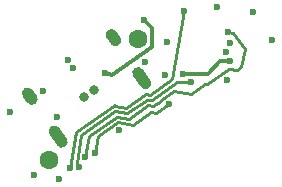
<source format=gbr>
%TF.GenerationSoftware,KiCad,Pcbnew,(5.1.6)-1*%
%TF.CreationDate,2020-12-05T12:07:26+01:00*%
%TF.ProjectId,bose-usb-c,626f7365-2d75-4736-922d-632e6b696361,Rev 1*%
%TF.SameCoordinates,Original*%
%TF.FileFunction,Copper,L2,Inr*%
%TF.FilePolarity,Positive*%
%FSLAX46Y46*%
G04 Gerber Fmt 4.6, Leading zero omitted, Abs format (unit mm)*
G04 Created by KiCad (PCBNEW (5.1.6)-1) date 2020-12-05 12:07:26*
%MOMM*%
%LPD*%
G01*
G04 APERTURE LIST*
%TA.AperFunction,ViaPad*%
%ADD10C,1.600000*%
%TD*%
%TA.AperFunction,ViaPad*%
%ADD11C,0.600000*%
%TD*%
%TA.AperFunction,ViaPad*%
%ADD12C,0.800000*%
%TD*%
%TA.AperFunction,Conductor*%
%ADD13C,0.250000*%
%TD*%
%TA.AperFunction,Conductor*%
%ADD14C,0.300000*%
%TD*%
G04 APERTURE END LIST*
D10*
%TO.N,*%
%TO.C,H1*%
X68057773Y-72314486D03*
%TD*%
%TO.N,*%
%TO.C,H2*%
X75577773Y-62004487D03*
%TD*%
%TO.N,GND*%
%TO.C,J2*%
%TA.AperFunction,ViaPad*%
G36*
G01*
X75797693Y-66087901D02*
X75166759Y-65186833D01*
G75*
G02*
X75289547Y-64490469I409576J286788D01*
G01*
X75289547Y-64490469D01*
G75*
G02*
X75985911Y-64613257I286788J-409576D01*
G01*
X76616845Y-65514325D01*
G75*
G02*
X76494057Y-66210689I-409576J-286788D01*
G01*
X76494057Y-66210689D01*
G75*
G02*
X75797693Y-66087901I-286788J409576D01*
G01*
G37*
%TD.AperFunction*%
%TA.AperFunction,ViaPad*%
G36*
G01*
X68720219Y-71043601D02*
X68089285Y-70142533D01*
G75*
G02*
X68212073Y-69446169I409576J286788D01*
G01*
X68212073Y-69446169D01*
G75*
G02*
X68908437Y-69568957I286788J-409576D01*
G01*
X69539371Y-70470025D01*
G75*
G02*
X69416583Y-71166389I-409576J-286788D01*
G01*
X69416583Y-71166389D01*
G75*
G02*
X68720219Y-71043601I-286788J409576D01*
G01*
G37*
%TD.AperFunction*%
%TA.AperFunction,ViaPad*%
G36*
G01*
X66179276Y-67414758D02*
X65835130Y-66923266D01*
G75*
G02*
X65957918Y-66226902I409576J286788D01*
G01*
X65957918Y-66226902D01*
G75*
G02*
X66654282Y-66349690I286788J-409576D01*
G01*
X66998428Y-66841182D01*
G75*
G02*
X66875640Y-67537546I-409576J-286788D01*
G01*
X66875640Y-67537546D01*
G75*
G02*
X66179276Y-67414758I-286788J409576D01*
G01*
G37*
%TD.AperFunction*%
%TA.AperFunction,ViaPad*%
G36*
G01*
X73256750Y-62459057D02*
X72912604Y-61967565D01*
G75*
G02*
X73035392Y-61271201I409576J286788D01*
G01*
X73035392Y-61271201D01*
G75*
G02*
X73731756Y-61393989I286788J-409576D01*
G01*
X74075902Y-61885481D01*
G75*
G02*
X73953114Y-62581845I-409576J-286788D01*
G01*
X73953114Y-62581845D01*
G75*
G02*
X73256750Y-62459057I-286788J409576D01*
G01*
G37*
%TD.AperFunction*%
%TD*%
D11*
%TO.N,GND*%
X70110000Y-64490000D03*
X69610000Y-63780000D03*
X86927774Y-62094483D03*
X85317773Y-59764483D03*
X82287775Y-59364483D03*
X74007678Y-69768775D03*
X83100527Y-65508445D03*
X77990000Y-62250000D03*
X77850000Y-65110000D03*
X68870000Y-73890000D03*
X66780000Y-73550000D03*
X83010000Y-63160000D03*
%TO.N,VCC*%
X76141896Y-63980053D03*
%TO.N,/LED_GREEN*%
X69784104Y-72974405D03*
X79497771Y-59684486D03*
%TO.N,/LED_RED*%
X70619707Y-72877617D03*
X80042094Y-65642292D03*
%TO.N,/LED_WHITE*%
X71123497Y-72008657D03*
X83207773Y-61414484D03*
%TO.N,/LED_BLUE*%
X71927861Y-71729691D03*
X78159994Y-67536814D03*
D12*
%TO.N,/USB_D-*%
X71013813Y-66957589D03*
%TO.N,/USB_D+*%
X71841157Y-66378277D03*
D11*
%TO.N,Net-(Q1-Pad3)*%
X83397770Y-63924486D03*
X79367236Y-64989191D03*
%TO.N,/LED_PWR*%
X83340000Y-62370000D03*
%TO.N,/LED_PWR_ON*%
X76051594Y-60466579D03*
X72762700Y-64942303D03*
%TO.N,/VBUS*%
X68739042Y-68660270D03*
%TO.N,+5V*%
X64761611Y-68210244D03*
X67547567Y-66418199D03*
%TD*%
D13*
%TO.N,/LED_GREEN*%
X69784104Y-72974405D02*
X70319064Y-69940506D01*
X70319064Y-69940506D02*
X73598319Y-67644348D01*
X73598319Y-67644348D02*
X73627440Y-67685935D01*
X76239254Y-66686320D02*
X76619961Y-66753448D01*
X73627440Y-67685935D02*
X74573435Y-67852739D01*
X74573435Y-67852739D02*
X76239254Y-66686320D01*
X78481112Y-65450258D02*
X79497771Y-59684486D01*
X76619961Y-66753448D02*
X78481112Y-65450258D01*
%TO.N,/LED_RED*%
X76344679Y-67161861D02*
X76725386Y-67228989D01*
X70369194Y-72519847D02*
X70784615Y-70163882D01*
X70784615Y-70163882D02*
X73662156Y-68149008D01*
X70619707Y-72877617D02*
X70369194Y-72519847D01*
X73662156Y-68149008D02*
X74678859Y-68328280D01*
X76725386Y-67228989D02*
X78892345Y-65711670D01*
X74678859Y-68328280D02*
X76344679Y-67161861D01*
X79972717Y-65711670D02*
X80042094Y-65642292D01*
X78892345Y-65711670D02*
X79972717Y-65711670D01*
%TO.N,/LED_WHITE*%
X76450103Y-67637402D02*
X76879561Y-67713127D01*
X73767579Y-68624550D02*
X74784283Y-68803820D01*
X81269155Y-65825661D02*
X81406134Y-65849812D01*
X71123497Y-72008657D02*
X71431821Y-70260065D01*
D14*
X83207538Y-61414443D02*
X83207773Y-61414484D01*
D13*
X71431821Y-70260065D02*
X73767579Y-68624550D01*
X74784283Y-68803820D02*
X76450103Y-67637402D01*
X77547165Y-67245664D02*
X77555761Y-67196916D01*
X81406134Y-65849812D02*
X83245586Y-64561818D01*
X80026741Y-66695606D02*
X81269155Y-65825661D01*
X77555761Y-67196916D02*
X78624755Y-66448400D01*
X76879561Y-67713127D02*
X77547165Y-67245664D01*
X78624755Y-66448400D02*
X80026741Y-66695606D01*
X83245586Y-64561818D02*
X83983730Y-64691972D01*
X83983730Y-64691972D02*
X84334114Y-64446630D01*
X84334114Y-64446630D02*
X84608305Y-62891622D01*
X84608305Y-62891622D02*
X83625588Y-61488155D01*
X83625588Y-61488155D02*
X83207773Y-61414484D01*
%TO.N,/LED_BLUE*%
X72182856Y-70283545D02*
X73873005Y-69100091D01*
X71927861Y-71729691D02*
X72182856Y-70283545D01*
X73873005Y-69100091D02*
X75133424Y-69322335D01*
X75133424Y-69322335D02*
X76681620Y-68238278D01*
X77062330Y-68305406D02*
X78159994Y-67536814D01*
X76681620Y-68238278D02*
X77062330Y-68305406D01*
D14*
%TO.N,Net-(Q1-Pad3)*%
X83397770Y-63924486D02*
X82529131Y-63924486D01*
X81464424Y-64989192D02*
X79367236Y-64989191D01*
X82529131Y-63924486D02*
X81464424Y-64989192D01*
%TO.N,/LED_PWR_ON*%
X76727774Y-61142760D02*
X76727774Y-62732760D01*
X76051594Y-60466579D02*
X76727774Y-61142760D01*
X76727774Y-62732760D02*
X73409372Y-65056328D01*
X73409372Y-65056328D02*
X72762700Y-64942303D01*
%TD*%
M02*

</source>
